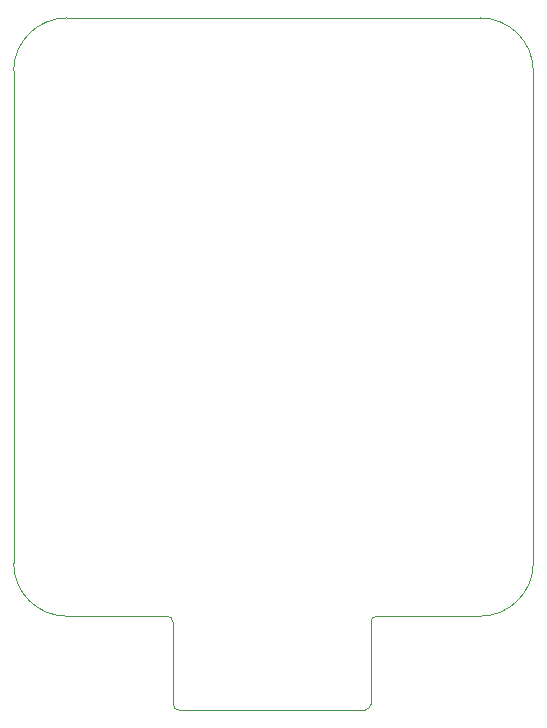
<source format=gbr>
%TF.GenerationSoftware,KiCad,Pcbnew,(6.0.7-1)-1*%
%TF.CreationDate,2023-05-14T20:37:23-05:00*%
%TF.ProjectId,ESP32-C3,45535033-322d-4433-932e-6b696361645f,1.0*%
%TF.SameCoordinates,Original*%
%TF.FileFunction,Profile,NP*%
%FSLAX46Y46*%
G04 Gerber Fmt 4.6, Leading zero omitted, Abs format (unit mm)*
G04 Created by KiCad (PCBNEW (6.0.7-1)-1) date 2023-05-14 20:37:23*
%MOMM*%
%LPD*%
G01*
G04 APERTURE LIST*
%TA.AperFunction,Profile*%
%ADD10C,0.100000*%
%TD*%
G04 APERTURE END LIST*
D10*
X131367600Y-61842800D02*
G75*
G03*
X126867600Y-66342800I0J-4500000D01*
G01*
X157617600Y-112492800D02*
G75*
G03*
X157117600Y-112992800I0J-500000D01*
G01*
X166367600Y-112492800D02*
G75*
G03*
X170867600Y-107992800I0J4500000D01*
G01*
X166367600Y-61842800D02*
X131367600Y-61842800D01*
X157117600Y-112992800D02*
X157106466Y-119937701D01*
X140867600Y-120442800D02*
X156604280Y-120439887D01*
X170867600Y-66342800D02*
X170867600Y-107992800D01*
X140367600Y-112992800D02*
G75*
G03*
X139867600Y-112492800I-500000J0D01*
G01*
X157617600Y-112492800D02*
X166367600Y-112492800D01*
X126867600Y-107992800D02*
X126867600Y-66342800D01*
X126867600Y-107992800D02*
G75*
G03*
X131367600Y-112492800I4500000J0D01*
G01*
X140367600Y-112992800D02*
X140367600Y-119942800D01*
X156604280Y-120439866D02*
G75*
G03*
X157106466Y-119937701I20J502166D01*
G01*
X139867600Y-112492800D02*
X131367600Y-112492800D01*
X140367600Y-119942800D02*
G75*
G03*
X140867600Y-120442800I500000J0D01*
G01*
X170867600Y-66342800D02*
G75*
G03*
X166367600Y-61842800I-4500000J0D01*
G01*
M02*

</source>
